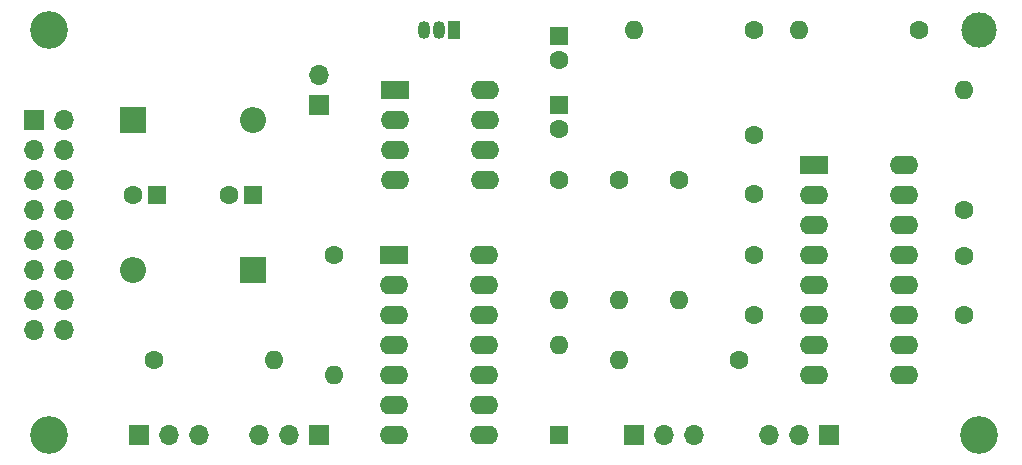
<source format=gbr>
%TF.GenerationSoftware,KiCad,Pcbnew,7.0.1-0*%
%TF.CreationDate,2023-04-22T10:39:49-04:00*%
%TF.ProjectId,Penford VCO,50656e66-6f72-4642-9056-434f2e6b6963,rev?*%
%TF.SameCoordinates,Original*%
%TF.FileFunction,Soldermask,Top*%
%TF.FilePolarity,Negative*%
%FSLAX46Y46*%
G04 Gerber Fmt 4.6, Leading zero omitted, Abs format (unit mm)*
G04 Created by KiCad (PCBNEW 7.0.1-0) date 2023-04-22 10:39:49*
%MOMM*%
%LPD*%
G01*
G04 APERTURE LIST*
%ADD10R,1.700000X1.700000*%
%ADD11O,1.700000X1.700000*%
%ADD12R,2.400000X1.600000*%
%ADD13O,2.400000X1.600000*%
%ADD14C,1.600000*%
%ADD15O,1.600000X1.600000*%
%ADD16R,1.600000X1.600000*%
%ADD17C,3.200000*%
%ADD18R,1.050000X1.500000*%
%ADD19O,1.050000X1.500000*%
%ADD20C,3.000000*%
%ADD21R,2.200000X2.200000*%
%ADD22O,2.200000X2.200000*%
G04 APERTURE END LIST*
D10*
%TO.C,J4*%
X142240000Y-73660000D03*
D11*
X142240000Y-71120000D03*
%TD*%
D12*
%TO.C,U3*%
X148600000Y-72400000D03*
D13*
X148600000Y-74940000D03*
X148600000Y-77480000D03*
X148600000Y-80020000D03*
X156220000Y-80020000D03*
X156220000Y-77480000D03*
X156220000Y-74940000D03*
X156220000Y-72400000D03*
%TD*%
D14*
%TO.C,R4*%
X172720000Y-80010000D03*
D15*
X172720000Y-90170000D03*
%TD*%
D14*
%TO.C,R8*%
X193040000Y-67310000D03*
D15*
X182880000Y-67310000D03*
%TD*%
D14*
%TO.C,C2*%
X179055000Y-86400000D03*
X179055000Y-91400000D03*
%TD*%
D16*
%TO.C,C4*%
X162560000Y-73660000D03*
D14*
X162560000Y-75660000D03*
%TD*%
%TO.C,R2*%
X143510000Y-86360000D03*
D15*
X143510000Y-96520000D03*
%TD*%
D12*
%TO.C,U2*%
X148590000Y-86360000D03*
D13*
X148590000Y-88900000D03*
X148590000Y-91440000D03*
X148590000Y-93980000D03*
X148590000Y-96520000D03*
X148590000Y-99060000D03*
X148590000Y-101600000D03*
X156210000Y-101600000D03*
X156210000Y-99060000D03*
X156210000Y-96520000D03*
X156210000Y-93980000D03*
X156210000Y-91440000D03*
X156210000Y-88900000D03*
X156210000Y-86360000D03*
%TD*%
D10*
%TO.C,SW1*%
X127000000Y-101600000D03*
D11*
X129540000Y-101600000D03*
X132080000Y-101600000D03*
%TD*%
D10*
%TO.C,RV1*%
X142225000Y-101600000D03*
D11*
X139685000Y-101600000D03*
X137145000Y-101600000D03*
%TD*%
D17*
%TO.C,H1*%
X119380000Y-101600000D03*
%TD*%
D10*
%TO.C,RV2*%
X168910000Y-101600000D03*
D11*
X171450000Y-101600000D03*
X173990000Y-101600000D03*
%TD*%
D12*
%TO.C,U1*%
X184150000Y-78740000D03*
D13*
X184150000Y-81280000D03*
X184150000Y-83820000D03*
X184150000Y-86360000D03*
X184150000Y-88900000D03*
X184150000Y-91440000D03*
X184150000Y-93980000D03*
X184150000Y-96520000D03*
X191770000Y-96520000D03*
X191770000Y-93980000D03*
X191770000Y-91440000D03*
X191770000Y-88900000D03*
X191770000Y-86360000D03*
X191770000Y-83820000D03*
X191770000Y-81280000D03*
X191770000Y-78740000D03*
%TD*%
D18*
%TO.C,Q1*%
X153670000Y-67310000D03*
D19*
X152400000Y-67310000D03*
X151130000Y-67310000D03*
%TD*%
D14*
%TO.C,R5*%
X196850000Y-82550000D03*
D15*
X196850000Y-72390000D03*
%TD*%
D20*
%TO.C,H3*%
X198120000Y-67310000D03*
%TD*%
D14*
%TO.C,R7*%
X167640000Y-80010000D03*
D15*
X167640000Y-90170000D03*
%TD*%
D14*
%TO.C,R1*%
X128270000Y-95250000D03*
D15*
X138430000Y-95250000D03*
%TD*%
D16*
%TO.C,D1*%
X162560000Y-101600000D03*
D15*
X162560000Y-93980000D03*
%TD*%
D17*
%TO.C,H2*%
X198120000Y-101600000D03*
%TD*%
D16*
%TO.C,C7*%
X128460000Y-81280000D03*
D14*
X126460000Y-81280000D03*
%TD*%
D10*
%TO.C,SW2*%
X185405000Y-101600000D03*
D11*
X182865000Y-101600000D03*
X180325000Y-101600000D03*
%TD*%
D16*
%TO.C,C3*%
X162560000Y-67850000D03*
D14*
X162560000Y-69850000D03*
%TD*%
D16*
%TO.C,C6*%
X136620000Y-81280000D03*
D14*
X134620000Y-81280000D03*
%TD*%
D21*
%TO.C,D2*%
X136620000Y-87630000D03*
D22*
X126460000Y-87630000D03*
%TD*%
D14*
%TO.C,R3*%
X162560000Y-80010000D03*
D15*
X162560000Y-90170000D03*
%TD*%
D10*
%TO.C,J1*%
X118110000Y-74930000D03*
D11*
X120650000Y-74930000D03*
X118110000Y-77470000D03*
X120650000Y-77470000D03*
X118110000Y-80010000D03*
X120650000Y-80010000D03*
X118110000Y-82550000D03*
X120650000Y-82550000D03*
X118110000Y-85090000D03*
X120650000Y-85090000D03*
X118110000Y-87630000D03*
X120650000Y-87630000D03*
X118110000Y-90170000D03*
X120650000Y-90170000D03*
X118110000Y-92710000D03*
X120650000Y-92710000D03*
%TD*%
D21*
%TO.C,D3*%
X126460000Y-74930000D03*
D22*
X136620000Y-74930000D03*
%TD*%
D14*
%TO.C,C5*%
X179070000Y-76200000D03*
X179070000Y-81200000D03*
%TD*%
D17*
%TO.C,H4*%
X119380000Y-67310000D03*
%TD*%
D14*
%TO.C,R6*%
X179070000Y-67310000D03*
D15*
X168910000Y-67310000D03*
%TD*%
D14*
%TO.C,R9*%
X177800000Y-95250000D03*
D15*
X167640000Y-95250000D03*
%TD*%
D14*
%TO.C,C1*%
X196835000Y-91440000D03*
X196835000Y-86440000D03*
%TD*%
M02*

</source>
